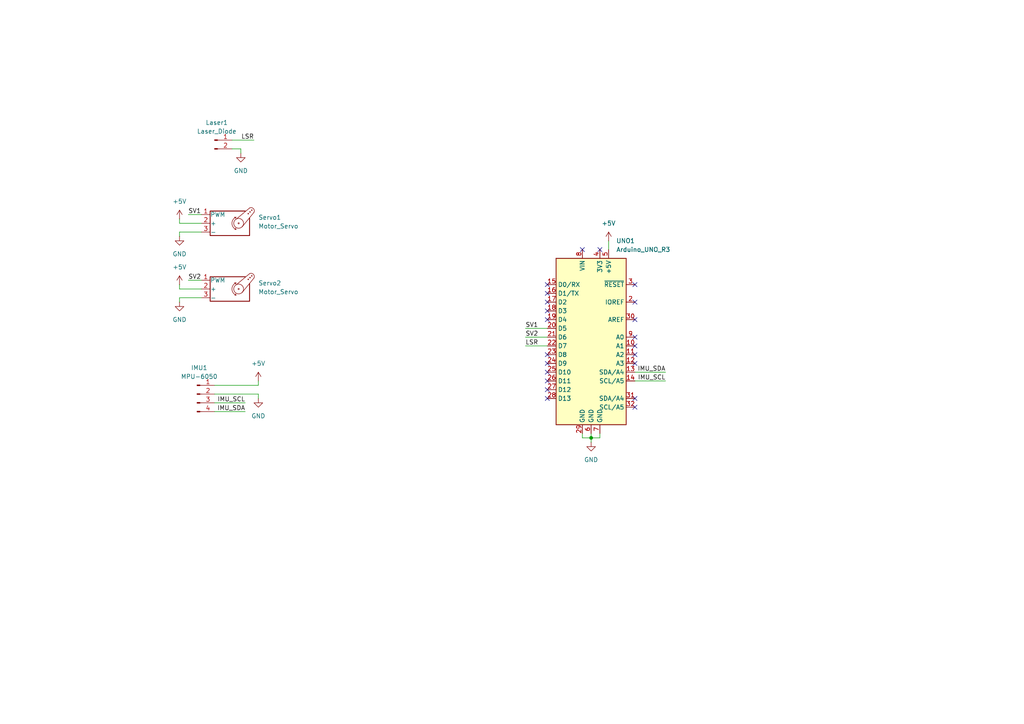
<source format=kicad_sch>
(kicad_sch (version 20231120) (generator "eeschema") (generator_version "8.0")
  (paper "A4")
  (lib_symbols
    (symbol "Connector:Conn_01x02_Pin" (pin_names (offset 1.016) hide)
      (property "Reference" "J" (at 0 2.54 0))
      (property "Value" "Conn_01x02_Pin" (at 0 -5.08 0))
      (symbol "Conn_01x02_Pin_1_1"
        (polyline (pts (xy 1.27 -2.54) (xy 0.8636 -2.54)) (stroke (width 0.1524)))
        (polyline (pts (xy 1.27 0) (xy 0.8636 0)) (stroke (width 0.1524)))
        (rectangle (start 0.8636 -2.413) (end 0 -2.667) (stroke (width 0.1524)) (fill (type outline)))
        (rectangle (start 0.8636 0.127) (end 0 -0.127) (stroke (width 0.1524)) (fill (type outline)))
        (pin passive line (at 5.08 0 180) (length 3.81) (name "Pin_1") (number "1"))
        (pin passive line (at 5.08 -2.54 180) (length 3.81) (name "Pin_2") (number "2"))
      )
    )
    (symbol "Connector:Conn_01x04_Male" (pin_names (offset 1.016) hide)
      (property "Reference" "J" (at 0 5.08 0))
      (property "Value" "Conn_01x04_Male" (at 0 -7.62 0))
      (symbol "Conn_01x04_Male_1_1"
        (polyline (pts (xy 1.27 -5.08) (xy 0.8636 -5.08)) (stroke (width 0.1524)))
        (polyline (pts (xy 1.27 -2.54) (xy 0.8636 -2.54)) (stroke (width 0.1524)))
        (polyline (pts (xy 1.27 0) (xy 0.8636 0)) (stroke (width 0.1524)))
        (polyline (pts (xy 1.27 2.54) (xy 0.8636 2.54)) (stroke (width 0.1524)))
        (rectangle (start 0.8636 -4.953) (end 0 -5.207) (stroke (width 0.1524)) (fill (type outline)))
        (rectangle (start 0.8636 -2.413) (end 0 -2.667) (stroke (width 0.1524)) (fill (type outline)))
        (rectangle (start 0.8636 0.127) (end 0 -0.127) (stroke (width 0.1524)) (fill (type outline)))
        (rectangle (start 0.8636 2.667) (end 0 2.413) (stroke (width 0.1524)) (fill (type outline)))
        (pin passive line (at 5.08 2.54 180) (length 3.81) (name "Pin_1") (number "1"))
        (pin passive line (at 5.08 0 180) (length 3.81) (name "Pin_2") (number "2"))
        (pin passive line (at 5.08 -2.54 180) (length 3.81) (name "Pin_3") (number "3"))
        (pin passive line (at 5.08 -5.08 180) (length 3.81) (name "Pin_4") (number "4"))
      )
    )
    (symbol "MCU_Module:Arduino_UNO_R3"
      (property "Reference" "A" (at -10.16 23.495 0))
      (property "Value" "Arduino_UNO_R3" (at 5.08 -26.67 0))
      (symbol "Arduino_UNO_R3_0_1"
        (rectangle (start -10.16 22.86) (end 10.16 -25.4) (stroke (width 0.254)) (fill (type background)))
      )
      (symbol "Arduino_UNO_R3_1_1"
        (pin no_connect line (at -10.16 -20.32 0) (length 2.54) hide (name "NC") (number "1"))
        (pin bidirectional line (at 12.7 -2.54 180) (length 2.54) (name "A1") (number "10"))
        (pin bidirectional line (at 12.7 -5.08 180) (length 2.54) (name "A2") (number "11"))
        (pin bidirectional line (at 12.7 -7.62 180) (length 2.54) (name "A3") (number "12"))
        (pin bidirectional line (at 12.7 -10.16 180) (length 2.54) (name "SDA/A4") (number "13"))
        (pin bidirectional line (at 12.7 -12.7 180) (length 2.54) (name "SCL/A5") (number "14"))
        (pin bidirectional line (at -12.7 15.24 0) (length 2.54) (name "D0/RX") (number "15"))
        (pin bidirectional line (at -12.7 12.7 0) (length 2.54) (name "D1/TX") (number "16"))
        (pin bidirectional line (at -12.7 10.16 0) (length 2.54) (name "D2") (number "17"))
        (pin bidirectional line (at -12.7 7.62 0) (length 2.54) (name "D3") (number "18"))
        (pin bidirectional line (at -12.7 5.08 0) (length 2.54) (name "D4") (number "19"))
        (pin output line (at 12.7 10.16 180) (length 2.54) (name "IOREF") (number "2"))
        (pin bidirectional line (at -12.7 2.54 0) (length 2.54) (name "D5") (number "20"))
        (pin bidirectional line (at -12.7 0 0) (length 2.54) (name "D6") (number "21"))
        (pin bidirectional line (at -12.7 -2.54 0) (length 2.54) (name "D7") (number "22"))
        (pin bidirectional line (at -12.7 -5.08 0) (length 2.54) (name "D8") (number "23"))
        (pin bidirectional line (at -12.7 -7.62 0) (length 2.54) (name "D9") (number "24"))
        (pin bidirectional line (at -12.7 -10.16 0) (length 2.54) (name "D10") (number "25"))
        (pin bidirectional line (at -12.7 -12.7 0) (length 2.54) (name "D11") (number "26"))
        (pin bidirectional line (at -12.7 -15.24 0) (length 2.54) (name "D12") (number "27"))
        (pin bidirectional line (at -12.7 -17.78 0) (length 2.54) (name "D13") (number "28"))
        (pin power_in line (at -2.54 -27.94 90) (length 2.54) (name "GND") (number "29"))
        (pin input line (at 12.7 15.24 180) (length 2.54) (name "~{RESET}") (number "3"))
        (pin input line (at 12.7 5.08 180) (length 2.54) (name "AREF") (number "30"))
        (pin bidirectional line (at 12.7 -17.78 180) (length 2.54) (name "SDA/A4") (number "31"))
        (pin bidirectional line (at 12.7 -20.32 180) (length 2.54) (name "SCL/A5") (number "32"))
        (pin power_out line (at 2.54 25.4 270) (length 2.54) (name "3V3") (number "4"))
        (pin power_out line (at 5.08 25.4 270) (length 2.54) (name "+5V") (number "5"))
        (pin power_in line (at 0 -27.94 90) (length 2.54) (name "GND") (number "6"))
        (pin power_in line (at 2.54 -27.94 90) (length 2.54) (name "GND") (number "7"))
        (pin power_in line (at -2.54 25.4 270) (length 2.54) (name "VIN") (number "8"))
        (pin bidirectional line (at 12.7 0 180) (length 2.54) (name "A0") (number "9"))
      )
    )
    (symbol "Motor:Motor_Servo" (pin_names (offset 0.0254))
      (property "Reference" "M" (at -5.08 4.445 0))
      (property "Value" "Motor_Servo" (at -5.08 -4.064 0))
      (symbol "Motor_Servo_0_1"
        (polyline (pts (xy 2.413 -1.778) (xy 2.032 -1.778)))
        (polyline (pts (xy 2.413 -1.778) (xy 2.286 -1.397)))
        (polyline (pts (xy 2.413 1.778) (xy 1.905 1.778)))
        (polyline (pts (xy 2.413 1.778) (xy 2.286 1.397)))
        (polyline (pts (xy 6.35 4.445) (xy 2.54 1.27)))
        (polyline (pts (xy 7.62 3.175) (xy 4.191 -1.016)))
        (polyline (pts (xy 5.08 3.556) (xy -5.08 3.556) (xy -5.08 -3.556) (xy 6.35 -3.556) (xy 6.35 1.524)) (stroke (width 0.254)))
        (arc (start 2.413 1.778) (mid 1.2406 0) (end 2.413 -1.778))
        (circle (center 3.175 0) (radius 0.1778))
        (circle (center 3.175 0) (radius 1.4224))
        (circle (center 5.969 2.794) (radius 0.127))
        (circle (center 6.477 3.302) (radius 0.127))
        (circle (center 6.985 3.81) (radius 0.127))
        (arc (start 7.62 3.175) (mid 7.4485 4.2735) (end 6.35 4.445))
      )
      (symbol "Motor_Servo_1_1"
        (pin passive line (at -7.62 2.54 0) (length 2.54) (name "PWM") (number "1"))
        (pin passive line (at -7.62 0 0) (length 2.54) (name "+") (number "2"))
        (pin passive line (at -7.62 -2.54 0) (length 2.54) (name "-") (number "3"))
      )
    )
    (symbol "power:+5V" (power) (pin_numbers hide) (pin_names (offset 0) hide)
      (property "Value" "+5V" (at 0 3.556 0))
      (symbol "+5V_0_1"
        (polyline (pts (xy -0.762 1.27) (xy 0 2.54)))
        (polyline (pts (xy 0 0) (xy 0 2.54)))
        (polyline (pts (xy 0 2.54) (xy 0.762 1.27)))
      )
      (symbol "+5V_1_1"
        (pin power_in line (at 0 0 90) (length 0) (name "~") (number "1"))
      )
    )
    (symbol "power:GND" (power) (pin_numbers hide) (pin_names (offset 0) hide)
      (property "Value" "GND" (at 0 -3.81 0))
      (symbol "GND_0_1"
        (polyline (pts (xy 0 0) (xy 0 -1.27) (xy 1.27 -1.27) (xy 0 -2.54) (xy -1.27 -1.27) (xy 0 -1.27)))
      )
      (symbol "GND_1_1"
        (pin power_in line (at 0 0 270) (length 0) (name "~") (number "1"))
      )
    )
  )
  (junction (at 171.45 127))
  (no_connect (at 158.75 105.41))
  (no_connect (at 158.75 110.49))
  (no_connect (at 168.91 72.39))
  (no_connect (at 184.15 100.33))
  (no_connect (at 158.75 92.71))
  (no_connect (at 184.15 87.63))
  (no_connect (at 184.15 115.57))
  (no_connect (at 158.75 113.03))
  (no_connect (at 158.75 85.09))
  (no_connect (at 184.15 118.11))
  (no_connect (at 158.75 82.55))
  (no_connect (at 158.75 102.87))
  (no_connect (at 184.15 102.87))
  (no_connect (at 158.75 107.95))
  (no_connect (at 184.15 92.71))
  (no_connect (at 158.75 115.57))
  (no_connect (at 184.15 97.79))
  (no_connect (at 184.15 105.41))
  (no_connect (at 158.75 87.63))
  (no_connect (at 184.15 82.55))
  (no_connect (at 158.75 90.17))
  (no_connect (at 173.99 72.39))
  (wire (pts (xy 69.85 43.18) (xy 69.85 44.45)))
  (wire (pts (xy 168.91 127) (xy 171.45 127)))
  (wire (pts (xy 52.07 63.5) (xy 52.07 64.77)))
  (wire (pts (xy 62.23 116.84) (xy 71.12 116.84)))
  (wire (pts (xy 152.4 97.79) (xy 158.75 97.79)))
  (wire (pts (xy 67.31 43.18) (xy 69.85 43.18)))
  (wire (pts (xy 58.42 86.36) (xy 52.07 86.36)))
  (wire (pts (xy 74.93 114.3) (xy 74.93 115.57)))
  (wire (pts (xy 152.4 95.25) (xy 158.75 95.25)))
  (wire (pts (xy 62.23 114.3) (xy 74.93 114.3)))
  (wire (pts (xy 152.4 100.33) (xy 158.75 100.33)))
  (wire (pts (xy 173.99 127) (xy 171.45 127)))
  (wire (pts (xy 184.15 110.49) (xy 193.04 110.49)))
  (wire (pts (xy 67.31 40.64) (xy 73.66 40.64)))
  (wire (pts (xy 62.23 119.38) (xy 71.12 119.38)))
  (wire (pts (xy 171.45 125.73) (xy 171.45 127)))
  (wire (pts (xy 52.07 83.82) (xy 58.42 83.82)))
  (wire (pts (xy 52.07 67.31) (xy 58.42 67.31)))
  (wire (pts (xy 176.53 69.85) (xy 176.53 72.39)))
  (wire (pts (xy 74.93 111.76) (xy 74.93 110.49)))
  (wire (pts (xy 168.91 125.73) (xy 168.91 127)))
  (wire (pts (xy 184.15 107.95) (xy 193.04 107.95)))
  (wire (pts (xy 52.07 86.36) (xy 52.07 87.63)))
  (wire (pts (xy 52.07 64.77) (xy 58.42 64.77)))
  (wire (pts (xy 54.61 81.28) (xy 58.42 81.28)))
  (wire (pts (xy 52.07 68.58) (xy 52.07 67.31)))
  (wire (pts (xy 171.45 127) (xy 171.45 128.27)))
  (wire (pts (xy 173.99 125.73) (xy 173.99 127)))
  (wire (pts (xy 54.61 62.23) (xy 58.42 62.23)))
  (wire (pts (xy 62.23 111.76) (xy 74.93 111.76)))
  (wire (pts (xy 52.07 82.55) (xy 52.07 83.82)))
  (label "LSR" (at 73.66 40.64 180))
  (label "SV2" (at 152.4 97.79 0))
  (label "SV1" (at 152.4 95.25 0))
  (label "IMU_SCL" (at 71.12 116.84 180))
  (label "IMU_SDA" (at 193.04 107.95 180))
  (label "LSR" (at 152.4 100.33 0))
  (label "IMU_SCL" (at 193.04 110.49 180))
  (label "SV1" (at 54.61 62.23 0))
  (label "SV2" (at 54.61 81.28 0))
  (label "IMU_SDA" (at 71.12 119.38 180))
  (symbol (lib_id "Connector:Conn_01x02_Pin") (at 62.23 40.64 0) (unit 1)
    (property "Reference" "Laser1" (at 62.865 35.56 0))
    (property "Value" "Laser_Diode" (at 62.865 38.1 0))
    (property "Footprint" "Connector_Wire:SolderWire-0.5sqmm_1x02_P4.6mm_D0.9mm_OD2.1mm_Relief" (effects (hide yes)))
    (property "Description" "Generic connector, single row, 01x02, script generated" (effects (hide yes)))
  )
  (symbol (lib_id "power:+5V") (at 176.53 69.85 0) (unit 1)
    (property "Reference" "#PWR012" (effects (hide yes)))
    (property "Value" "+5V" (at 176.53 64.77 0))
    (property "Description" "Power symbol creates a global label with name \"+5V\"" (effects (hide yes)))
  )
  (symbol (lib_id "Motor:Motor_Servo") (at 66.04 64.77 0) (unit 1)
    (property "Reference" "Servo1" (at 74.93 63.0665 0) (effects (justify left)))
    (property "Value" "Motor_Servo" (at 74.93 65.6065 0) (effects (justify left)))
    (property "Footprint" "Connector_PinHeader_2.54mm:PinHeader_1x03_P2.54mm_Vertical" (effects (hide yes)))
    (property "Datasheet" "http://forums.parallax.com/uploads/attachments/46831/74481.png" (effects (hide yes)))
    (property "Description" "Servo Motor (Futaba, HiTec, JR connector)" (effects (hide yes)))
  )
  (symbol (lib_id "Connector:Conn_01x04_Male") (at 57.15 114.3 0) (unit 1)
    (property "Reference" "IMU1" (at 57.785 106.68 0))
    (property "Value" "MPU-6050" (at 57.785 109.22 0))
    (property "Footprint" "Connector_PinSocket_2.54mm:PinSocket_1x04_P2.54mm_Vertical" (effects (hide yes)))
    (property "Description" "Generic connector, single row, 01x04, script generated (kicad-library-utils/schlib/autogen/connector/)" (effects (hide yes)))
  )
  (symbol (lib_id "power:GND") (at 69.85 44.45 0) (unit 1)
    (property "Reference" "#PWR05" (effects (hide yes)))
    (property "Value" "GND" (at 69.85 49.53 0))
    (property "Description" "Power symbol creates a global label with name \"GND\" , ground" (effects (hide yes)))
  )
  (symbol (lib_id "power:+5V") (at 74.93 110.49 0) (unit 1)
    (property "Reference" "#PWR08" (effects (hide yes)))
    (property "Value" "+5V" (at 74.93 105.41 0))
    (property "Description" "Power symbol creates a global label with name \"+5V\"" (effects (hide yes)))
  )
  (symbol (lib_id "power:GND") (at 52.07 68.58 0) (unit 1)
    (property "Reference" "#PWR02" (effects (hide yes)))
    (property "Value" "GND" (at 52.07 73.66 0))
    (property "Description" "Power symbol creates a global label with name \"GND\" , ground" (effects (hide yes)))
  )
  (symbol (lib_id "power:+5V") (at 52.07 63.5 0) (unit 1)
    (property "Reference" "#PWR01" (effects (hide yes)))
    (property "Value" "+5V" (at 52.07 58.42 0))
    (property "Description" "Power symbol creates a global label with name \"+5V\"" (effects (hide yes)))
  )
  (symbol (lib_id "Motor:Motor_Servo") (at 66.04 83.82 0) (unit 1)
    (property "Reference" "Servo2" (at 74.93 82.1165 0) (effects (justify left)))
    (property "Value" "Motor_Servo" (at 74.93 84.6565 0) (effects (justify left)))
    (property "Footprint" "Connector_PinHeader_2.54mm:PinHeader_1x03_P2.54mm_Vertical" (effects (hide yes)))
    (property "Datasheet" "http://forums.parallax.com/uploads/attachments/46831/74481.png" (effects (hide yes)))
    (property "Description" "Servo Motor (Futaba, HiTec, JR connector)" (effects (hide yes)))
  )
  (symbol (lib_id "power:GND") (at 74.93 115.57 0) (unit 1)
    (property "Reference" "#PWR09" (effects (hide yes)))
    (property "Value" "GND" (at 74.93 120.65 0))
    (property "Description" "Power symbol creates a global label with name \"GND\" , ground" (effects (hide yes)))
  )
  (symbol (lib_id "MCU_Module:Arduino_UNO_R3") (at 171.45 97.79 0) (unit 1)
    (property "Reference" "UNO1" (at 178.7241 69.85 0) (effects (justify left)))
    (property "Value" "Arduino_UNO_R3" (at 178.7241 72.39 0) (effects (justify left)))
    (property "Footprint" "Module:Arduino_UNO_R3" (effects (hide yes)))
    (property "Datasheet" "https://www.arduino.cc/en/Main/arduinoBoardUno" (effects (hide yes)))
    (property "Description" "Arduino UNO Microcontroller Module, release 3" (effects (hide yes)))
  )
  (symbol (lib_id "power:GND") (at 52.07 87.63 0) (unit 1)
    (property "Reference" "#PWR04" (effects (hide yes)))
    (property "Value" "GND" (at 52.07 92.71 0))
    (property "Description" "Power symbol creates a global label with name \"GND\" , ground" (effects (hide yes)))
  )
  (symbol (lib_id "power:GND") (at 171.45 128.27 0) (unit 1)
    (property "Reference" "#PWR011" (effects (hide yes)))
    (property "Value" "GND" (at 171.45 133.35 0))
    (property "Description" "Power symbol creates a global label with name \"GND\" , ground" (effects (hide yes)))
  )
  (symbol (lib_id "power:+5V") (at 52.07 82.55 0) (unit 1)
    (property "Reference" "#PWR03" (effects (hide yes)))
    (property "Value" "+5V" (at 52.07 77.47 0))
    (property "Description" "Power symbol creates a global label with name \"+5V\"" (effects (hide yes)))
  )
)
</source>
